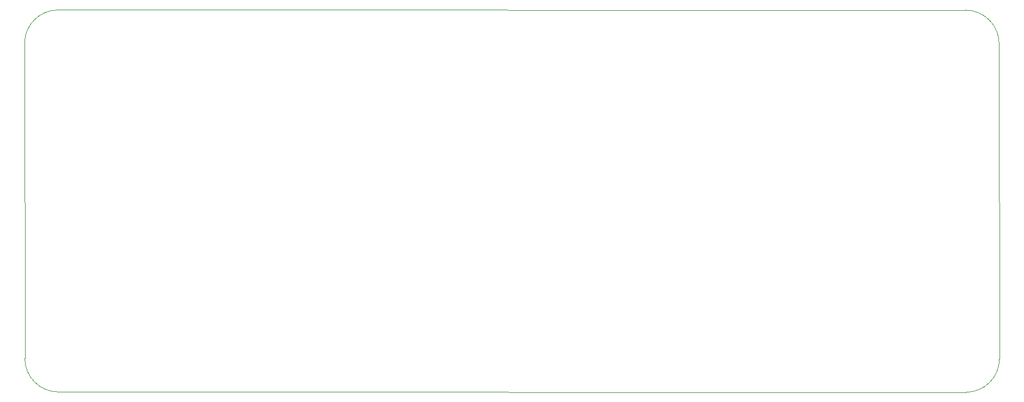
<source format=gm1>
%TF.GenerationSoftware,KiCad,Pcbnew,8.0.1*%
%TF.CreationDate,2024-05-07T00:04:45+05:00*%
%TF.ProjectId,PowerBoard,506f7765-7242-46f6-9172-642e6b696361,rev?*%
%TF.SameCoordinates,Original*%
%TF.FileFunction,Profile,NP*%
%FSLAX46Y46*%
G04 Gerber Fmt 4.6, Leading zero omitted, Abs format (unit mm)*
G04 Created by KiCad (PCBNEW 8.0.1) date 2024-05-07 00:04:45*
%MOMM*%
%LPD*%
G01*
G04 APERTURE LIST*
%TA.AperFunction,Profile*%
%ADD10C,0.050000*%
%TD*%
G04 APERTURE END LIST*
D10*
X207635534Y-158114466D02*
G75*
G02*
X202635534Y-153114466I-34J4999966D01*
G01*
X342564466Y-101185534D02*
G75*
G02*
X347564466Y-106185534I34J-4999966D01*
G01*
X347564466Y-106185534D02*
X347614466Y-153164466D01*
X202600000Y-106150000D02*
G75*
G02*
X207600000Y-101150000I5000000J0D01*
G01*
X202635534Y-153114466D02*
X202600000Y-106150000D01*
X207600000Y-101150000D02*
X342564466Y-101185534D01*
X347614466Y-153164466D02*
G75*
G02*
X342614466Y-158164466I-4999966J-34D01*
G01*
X342614466Y-158164466D02*
X207635534Y-158114466D01*
M02*

</source>
